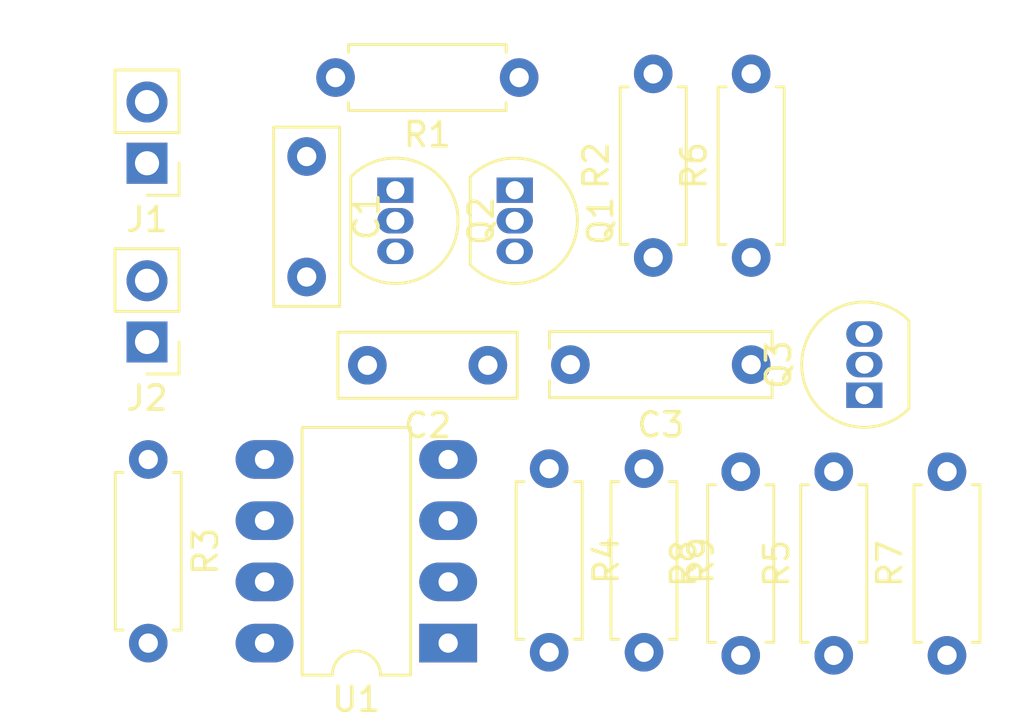
<source format=kicad_pcb>
(kicad_pcb (version 20171130) (host pcbnew "(5.0.2)-1")

  (general
    (thickness 1.6)
    (drawings 0)
    (tracks 0)
    (zones 0)
    (modules 18)
    (nets 12)
  )

  (page A4)
  (title_block
    (title Schwingkreis_Abwasserspule)
    (date 2019-04-29)
    (rev 0.1)
    (company "planraum e.V.")
    (comment 1 "Design by Stephan Jobstmann")
  )

  (layers
    (0 F.Cu signal)
    (31 B.Cu signal)
    (32 B.Adhes user)
    (33 F.Adhes user)
    (34 B.Paste user)
    (35 F.Paste user)
    (36 B.SilkS user)
    (37 F.SilkS user)
    (38 B.Mask user)
    (39 F.Mask user)
    (40 Dwgs.User user)
    (41 Cmts.User user)
    (42 Eco1.User user)
    (43 Eco2.User user)
    (44 Edge.Cuts user)
    (45 Margin user)
    (46 B.CrtYd user)
    (47 F.CrtYd user)
    (48 B.Fab user)
    (49 F.Fab user)
  )

  (setup
    (last_trace_width 0.25)
    (trace_clearance 0.2)
    (zone_clearance 0.508)
    (zone_45_only no)
    (trace_min 0.2)
    (segment_width 0.2)
    (edge_width 0.15)
    (via_size 0.8)
    (via_drill 0.4)
    (via_min_size 0.4)
    (via_min_drill 0.3)
    (uvia_size 0.3)
    (uvia_drill 0.1)
    (uvias_allowed no)
    (uvia_min_size 0.2)
    (uvia_min_drill 0.1)
    (pcb_text_width 0.3)
    (pcb_text_size 1.5 1.5)
    (mod_edge_width 0.15)
    (mod_text_size 1 1)
    (mod_text_width 0.15)
    (pad_size 1.524 1.524)
    (pad_drill 0.762)
    (pad_to_mask_clearance 0.051)
    (solder_mask_min_width 0.25)
    (aux_axis_origin 0 0)
    (visible_elements FFFCFF7F)
    (pcbplotparams
      (layerselection 0x010fc_ffffffff)
      (usegerberextensions false)
      (usegerberattributes false)
      (usegerberadvancedattributes false)
      (creategerberjobfile false)
      (excludeedgelayer true)
      (linewidth 0.100000)
      (plotframeref false)
      (viasonmask false)
      (mode 1)
      (useauxorigin false)
      (hpglpennumber 1)
      (hpglpenspeed 20)
      (hpglpendiameter 15.000000)
      (psnegative false)
      (psa4output false)
      (plotreference true)
      (plotvalue true)
      (plotinvisibletext false)
      (padsonsilk false)
      (subtractmaskfromsilk false)
      (outputformat 1)
      (mirror false)
      (drillshape 1)
      (scaleselection 1)
      (outputdirectory ""))
  )

  (net 0 "")
  (net 1 "Net-(C1-Pad2)")
  (net 2 "Net-(C2-Pad2)")
  (net 3 "Net-(C1-Pad1)")
  (net 4 "Net-(C3-Pad1)")
  (net 5 GND)
  (net 6 "Net-(Q3-Pad1)")
  (net 7 "Net-(C2-Pad1)")
  (net 8 "Net-(C3-Pad2)")
  (net 9 "Net-(J1-Pad1)")
  (net 10 +VDC)
  (net 11 VCOM)

  (net_class Default "This is the default net class."
    (clearance 0.2)
    (trace_width 0.25)
    (via_dia 0.8)
    (via_drill 0.4)
    (uvia_dia 0.3)
    (uvia_drill 0.1)
    (add_net +VDC)
    (add_net GND)
    (add_net "Net-(C1-Pad1)")
    (add_net "Net-(C1-Pad2)")
    (add_net "Net-(C2-Pad1)")
    (add_net "Net-(C2-Pad2)")
    (add_net "Net-(C3-Pad1)")
    (add_net "Net-(C3-Pad2)")
    (add_net "Net-(J1-Pad1)")
    (add_net "Net-(Q3-Pad1)")
    (add_net VCOM)
  )

  (module Capacitor_THT:C_Rect_L7.2mm_W2.5mm_P5.00mm_FKS2_FKP2_MKS2_MKP2 (layer F.Cu) (tedit 5AE50EF0) (tstamp 5CD4D7BE)
    (at 128.747433 98.678953 270)
    (descr "C, Rect series, Radial, pin pitch=5.00mm, , length*width=7.2*2.5mm^2, Capacitor, http://www.wima.com/EN/WIMA_FKS_2.pdf")
    (tags "C Rect series Radial pin pitch 5.00mm  length 7.2mm width 2.5mm Capacitor")
    (path /5CC70522)
    (fp_text reference C1 (at 2.5 -2.5 270) (layer F.SilkS)
      (effects (font (size 1 1) (thickness 0.15)))
    )
    (fp_text value 100n (at 2.5 2.5 270) (layer F.Fab)
      (effects (font (size 1 1) (thickness 0.15)))
    )
    (fp_text user %R (at 2.5 0 270) (layer F.Fab)
      (effects (font (size 1 1) (thickness 0.15)))
    )
    (fp_line (start 6.35 -1.5) (end -1.35 -1.5) (layer F.CrtYd) (width 0.05))
    (fp_line (start 6.35 1.5) (end 6.35 -1.5) (layer F.CrtYd) (width 0.05))
    (fp_line (start -1.35 1.5) (end 6.35 1.5) (layer F.CrtYd) (width 0.05))
    (fp_line (start -1.35 -1.5) (end -1.35 1.5) (layer F.CrtYd) (width 0.05))
    (fp_line (start 6.22 -1.37) (end 6.22 1.37) (layer F.SilkS) (width 0.12))
    (fp_line (start -1.22 -1.37) (end -1.22 1.37) (layer F.SilkS) (width 0.12))
    (fp_line (start -1.22 1.37) (end 6.22 1.37) (layer F.SilkS) (width 0.12))
    (fp_line (start -1.22 -1.37) (end 6.22 -1.37) (layer F.SilkS) (width 0.12))
    (fp_line (start 6.1 -1.25) (end -1.1 -1.25) (layer F.Fab) (width 0.1))
    (fp_line (start 6.1 1.25) (end 6.1 -1.25) (layer F.Fab) (width 0.1))
    (fp_line (start -1.1 1.25) (end 6.1 1.25) (layer F.Fab) (width 0.1))
    (fp_line (start -1.1 -1.25) (end -1.1 1.25) (layer F.Fab) (width 0.1))
    (pad 2 thru_hole circle (at 5 0 270) (size 1.6 1.6) (drill 0.8) (layers *.Cu *.Mask)
      (net 1 "Net-(C1-Pad2)"))
    (pad 1 thru_hole circle (at 0 0 270) (size 1.6 1.6) (drill 0.8) (layers *.Cu *.Mask)
      (net 3 "Net-(C1-Pad1)"))
    (model ${KISYS3DMOD}/Capacitor_THT.3dshapes/C_Rect_L7.2mm_W2.5mm_P5.00mm_FKS2_FKP2_MKS2_MKP2.wrl
      (at (xyz 0 0 0))
      (scale (xyz 1 1 1))
      (rotate (xyz 0 0 0))
    )
  )

  (module Capacitor_THT:C_Rect_L7.2mm_W2.5mm_P5.00mm_FKS2_FKP2_MKS2_MKP2 (layer F.Cu) (tedit 5AE50EF0) (tstamp 5CD4D94A)
    (at 136.2672 107.3404 180)
    (descr "C, Rect series, Radial, pin pitch=5.00mm, , length*width=7.2*2.5mm^2, Capacitor, http://www.wima.com/EN/WIMA_FKS_2.pdf")
    (tags "C Rect series Radial pin pitch 5.00mm  length 7.2mm width 2.5mm Capacitor")
    (path /5CC70800)
    (fp_text reference C2 (at 2.5 -2.5 180) (layer F.SilkS)
      (effects (font (size 1 1) (thickness 0.15)))
    )
    (fp_text value 100n (at 2.5 2.5 180) (layer F.Fab)
      (effects (font (size 1 1) (thickness 0.15)))
    )
    (fp_line (start -1.1 -1.25) (end -1.1 1.25) (layer F.Fab) (width 0.1))
    (fp_line (start -1.1 1.25) (end 6.1 1.25) (layer F.Fab) (width 0.1))
    (fp_line (start 6.1 1.25) (end 6.1 -1.25) (layer F.Fab) (width 0.1))
    (fp_line (start 6.1 -1.25) (end -1.1 -1.25) (layer F.Fab) (width 0.1))
    (fp_line (start -1.22 -1.37) (end 6.22 -1.37) (layer F.SilkS) (width 0.12))
    (fp_line (start -1.22 1.37) (end 6.22 1.37) (layer F.SilkS) (width 0.12))
    (fp_line (start -1.22 -1.37) (end -1.22 1.37) (layer F.SilkS) (width 0.12))
    (fp_line (start 6.22 -1.37) (end 6.22 1.37) (layer F.SilkS) (width 0.12))
    (fp_line (start -1.35 -1.5) (end -1.35 1.5) (layer F.CrtYd) (width 0.05))
    (fp_line (start -1.35 1.5) (end 6.35 1.5) (layer F.CrtYd) (width 0.05))
    (fp_line (start 6.35 1.5) (end 6.35 -1.5) (layer F.CrtYd) (width 0.05))
    (fp_line (start 6.35 -1.5) (end -1.35 -1.5) (layer F.CrtYd) (width 0.05))
    (fp_text user %R (at 2.5 0 180) (layer F.Fab)
      (effects (font (size 1 1) (thickness 0.15)))
    )
    (pad 1 thru_hole circle (at 0 0 180) (size 1.6 1.6) (drill 0.8) (layers *.Cu *.Mask)
      (net 7 "Net-(C2-Pad1)"))
    (pad 2 thru_hole circle (at 5 0 180) (size 1.6 1.6) (drill 0.8) (layers *.Cu *.Mask)
      (net 2 "Net-(C2-Pad2)"))
    (model ${KISYS3DMOD}/Capacitor_THT.3dshapes/C_Rect_L7.2mm_W2.5mm_P5.00mm_FKS2_FKP2_MKS2_MKP2.wrl
      (at (xyz 0 0 0))
      (scale (xyz 1 1 1))
      (rotate (xyz 0 0 0))
    )
  )

  (module Capacitor_THT:C_Rect_L9.0mm_W2.5mm_P7.50mm_MKT (layer F.Cu) (tedit 5AE50EF0) (tstamp 5CD4D784)
    (at 147.193 107.315 180)
    (descr "C, Rect series, Radial, pin pitch=7.50mm, , length*width=9*2.5mm^2, Capacitor, https://en.tdk.eu/inf/20/20/db/fc_2009/MKT_B32560_564.pdf")
    (tags "C Rect series Radial pin pitch 7.50mm  length 9mm width 2.5mm Capacitor")
    (path /5CC70A41)
    (fp_text reference C3 (at 3.75 -2.5 180) (layer F.SilkS)
      (effects (font (size 1 1) (thickness 0.15)))
    )
    (fp_text value 10n (at 3.75 2.5 180) (layer F.Fab)
      (effects (font (size 1 1) (thickness 0.15)))
    )
    (fp_line (start -0.75 -1.25) (end -0.75 1.25) (layer F.Fab) (width 0.1))
    (fp_line (start -0.75 1.25) (end 8.25 1.25) (layer F.Fab) (width 0.1))
    (fp_line (start 8.25 1.25) (end 8.25 -1.25) (layer F.Fab) (width 0.1))
    (fp_line (start 8.25 -1.25) (end -0.75 -1.25) (layer F.Fab) (width 0.1))
    (fp_line (start -0.87 -1.37) (end 8.37 -1.37) (layer F.SilkS) (width 0.12))
    (fp_line (start -0.87 1.37) (end 8.37 1.37) (layer F.SilkS) (width 0.12))
    (fp_line (start -0.87 -1.37) (end -0.87 -0.665) (layer F.SilkS) (width 0.12))
    (fp_line (start -0.87 0.665) (end -0.87 1.37) (layer F.SilkS) (width 0.12))
    (fp_line (start 8.37 -1.37) (end 8.37 -0.665) (layer F.SilkS) (width 0.12))
    (fp_line (start 8.37 0.665) (end 8.37 1.37) (layer F.SilkS) (width 0.12))
    (fp_line (start -1.05 -1.5) (end -1.05 1.5) (layer F.CrtYd) (width 0.05))
    (fp_line (start -1.05 1.5) (end 8.55 1.5) (layer F.CrtYd) (width 0.05))
    (fp_line (start 8.55 1.5) (end 8.55 -1.5) (layer F.CrtYd) (width 0.05))
    (fp_line (start 8.55 -1.5) (end -1.05 -1.5) (layer F.CrtYd) (width 0.05))
    (fp_text user %R (at 3.75 0 180) (layer F.Fab)
      (effects (font (size 1 1) (thickness 0.15)))
    )
    (pad 1 thru_hole circle (at 0 0 180) (size 1.6 1.6) (drill 0.8) (layers *.Cu *.Mask)
      (net 4 "Net-(C3-Pad1)"))
    (pad 2 thru_hole circle (at 7.5 0 180) (size 1.6 1.6) (drill 0.8) (layers *.Cu *.Mask)
      (net 8 "Net-(C3-Pad2)"))
    (model ${KISYS3DMOD}/Capacitor_THT.3dshapes/C_Rect_L9.0mm_W2.5mm_P7.50mm_MKT.wrl
      (at (xyz 0 0 0))
      (scale (xyz 1 1 1))
      (rotate (xyz 0 0 0))
    )
  )

  (module Connector_PinHeader_2.54mm:PinHeader_1x02_P2.54mm_Vertical (layer F.Cu) (tedit 59FED5CC) (tstamp 5CD4FA84)
    (at 122.1232 98.9584 180)
    (descr "Through hole straight pin header, 1x02, 2.54mm pitch, single row")
    (tags "Through hole pin header THT 1x02 2.54mm single row")
    (path /5CC70D66)
    (fp_text reference J1 (at 0 -2.33 180) (layer F.SilkS)
      (effects (font (size 1 1) (thickness 0.15)))
    )
    (fp_text value Power_Supply (at 0 4.87 180) (layer F.Fab)
      (effects (font (size 1 1) (thickness 0.15)))
    )
    (fp_line (start -0.635 -1.27) (end 1.27 -1.27) (layer F.Fab) (width 0.1))
    (fp_line (start 1.27 -1.27) (end 1.27 3.81) (layer F.Fab) (width 0.1))
    (fp_line (start 1.27 3.81) (end -1.27 3.81) (layer F.Fab) (width 0.1))
    (fp_line (start -1.27 3.81) (end -1.27 -0.635) (layer F.Fab) (width 0.1))
    (fp_line (start -1.27 -0.635) (end -0.635 -1.27) (layer F.Fab) (width 0.1))
    (fp_line (start -1.33 3.87) (end 1.33 3.87) (layer F.SilkS) (width 0.12))
    (fp_line (start -1.33 1.27) (end -1.33 3.87) (layer F.SilkS) (width 0.12))
    (fp_line (start 1.33 1.27) (end 1.33 3.87) (layer F.SilkS) (width 0.12))
    (fp_line (start -1.33 1.27) (end 1.33 1.27) (layer F.SilkS) (width 0.12))
    (fp_line (start -1.33 0) (end -1.33 -1.33) (layer F.SilkS) (width 0.12))
    (fp_line (start -1.33 -1.33) (end 0 -1.33) (layer F.SilkS) (width 0.12))
    (fp_line (start -1.8 -1.8) (end -1.8 4.35) (layer F.CrtYd) (width 0.05))
    (fp_line (start -1.8 4.35) (end 1.8 4.35) (layer F.CrtYd) (width 0.05))
    (fp_line (start 1.8 4.35) (end 1.8 -1.8) (layer F.CrtYd) (width 0.05))
    (fp_line (start 1.8 -1.8) (end -1.8 -1.8) (layer F.CrtYd) (width 0.05))
    (fp_text user %R (at 0 1.27 270) (layer F.Fab)
      (effects (font (size 1 1) (thickness 0.15)))
    )
    (pad 1 thru_hole rect (at 0 0 180) (size 1.7 1.7) (drill 1) (layers *.Cu *.Mask)
      (net 9 "Net-(J1-Pad1)"))
    (pad 2 thru_hole oval (at 0 2.54 180) (size 1.7 1.7) (drill 1) (layers *.Cu *.Mask)
      (net 5 GND))
    (model ${KISYS3DMOD}/Connector_PinHeader_2.54mm.3dshapes/PinHeader_1x02_P2.54mm_Vertical.wrl
      (at (xyz 0 0 0))
      (scale (xyz 1 1 1))
      (rotate (xyz 0 0 0))
    )
  )

  (module Connector_PinHeader_2.54mm:PinHeader_1x02_P2.54mm_Vertical (layer F.Cu) (tedit 59FED5CC) (tstamp 5CD4FBDD)
    (at 122.1232 106.3752 180)
    (descr "Through hole straight pin header, 1x02, 2.54mm pitch, single row")
    (tags "Through hole pin header THT 1x02 2.54mm single row")
    (path /5CC70F60)
    (fp_text reference J2 (at 0 -2.33 180) (layer F.SilkS)
      (effects (font (size 1 1) (thickness 0.15)))
    )
    (fp_text value Coil_Connection (at 0 4.87 180) (layer F.Fab)
      (effects (font (size 1 1) (thickness 0.15)))
    )
    (fp_text user %R (at 0 1.27 270) (layer F.Fab)
      (effects (font (size 1 1) (thickness 0.15)))
    )
    (fp_line (start 1.8 -1.8) (end -1.8 -1.8) (layer F.CrtYd) (width 0.05))
    (fp_line (start 1.8 4.35) (end 1.8 -1.8) (layer F.CrtYd) (width 0.05))
    (fp_line (start -1.8 4.35) (end 1.8 4.35) (layer F.CrtYd) (width 0.05))
    (fp_line (start -1.8 -1.8) (end -1.8 4.35) (layer F.CrtYd) (width 0.05))
    (fp_line (start -1.33 -1.33) (end 0 -1.33) (layer F.SilkS) (width 0.12))
    (fp_line (start -1.33 0) (end -1.33 -1.33) (layer F.SilkS) (width 0.12))
    (fp_line (start -1.33 1.27) (end 1.33 1.27) (layer F.SilkS) (width 0.12))
    (fp_line (start 1.33 1.27) (end 1.33 3.87) (layer F.SilkS) (width 0.12))
    (fp_line (start -1.33 1.27) (end -1.33 3.87) (layer F.SilkS) (width 0.12))
    (fp_line (start -1.33 3.87) (end 1.33 3.87) (layer F.SilkS) (width 0.12))
    (fp_line (start -1.27 -0.635) (end -0.635 -1.27) (layer F.Fab) (width 0.1))
    (fp_line (start -1.27 3.81) (end -1.27 -0.635) (layer F.Fab) (width 0.1))
    (fp_line (start 1.27 3.81) (end -1.27 3.81) (layer F.Fab) (width 0.1))
    (fp_line (start 1.27 -1.27) (end 1.27 3.81) (layer F.Fab) (width 0.1))
    (fp_line (start -0.635 -1.27) (end 1.27 -1.27) (layer F.Fab) (width 0.1))
    (pad 2 thru_hole oval (at 0 2.54 180) (size 1.7 1.7) (drill 1) (layers *.Cu *.Mask)
      (net 3 "Net-(C1-Pad1)"))
    (pad 1 thru_hole rect (at 0 0 180) (size 1.7 1.7) (drill 1) (layers *.Cu *.Mask)
      (net 1 "Net-(C1-Pad2)"))
    (model ${KISYS3DMOD}/Connector_PinHeader_2.54mm.3dshapes/PinHeader_1x02_P2.54mm_Vertical.wrl
      (at (xyz 0 0 0))
      (scale (xyz 1 1 1))
      (rotate (xyz 0 0 0))
    )
  )

  (module Package_TO_SOT_THT:TO-92_Inline (layer F.Cu) (tedit 5A1DD157) (tstamp 5CD4FBA6)
    (at 137.383433 100.075953 270)
    (descr "TO-92 leads in-line, narrow, oval pads, drill 0.75mm (see NXP sot054_po.pdf)")
    (tags "to-92 sc-43 sc-43a sot54 PA33 transistor")
    (path /5CC70633)
    (fp_text reference Q1 (at 1.27 -3.56 270) (layer F.SilkS)
      (effects (font (size 1 1) (thickness 0.15)))
    )
    (fp_text value BC546 (at 1.27 2.79 270) (layer F.Fab)
      (effects (font (size 1 1) (thickness 0.15)))
    )
    (fp_text user %R (at 1.27 -3.56 270) (layer F.Fab)
      (effects (font (size 1 1) (thickness 0.15)))
    )
    (fp_line (start -0.53 1.85) (end 3.07 1.85) (layer F.SilkS) (width 0.12))
    (fp_line (start -0.5 1.75) (end 3 1.75) (layer F.Fab) (width 0.1))
    (fp_line (start -1.46 -2.73) (end 4 -2.73) (layer F.CrtYd) (width 0.05))
    (fp_line (start -1.46 -2.73) (end -1.46 2.01) (layer F.CrtYd) (width 0.05))
    (fp_line (start 4 2.01) (end 4 -2.73) (layer F.CrtYd) (width 0.05))
    (fp_line (start 4 2.01) (end -1.46 2.01) (layer F.CrtYd) (width 0.05))
    (fp_arc (start 1.27 0) (end 1.27 -2.48) (angle 135) (layer F.Fab) (width 0.1))
    (fp_arc (start 1.27 0) (end 1.27 -2.6) (angle -135) (layer F.SilkS) (width 0.12))
    (fp_arc (start 1.27 0) (end 1.27 -2.48) (angle -135) (layer F.Fab) (width 0.1))
    (fp_arc (start 1.27 0) (end 1.27 -2.6) (angle 135) (layer F.SilkS) (width 0.12))
    (pad 2 thru_hole oval (at 1.27 0 270) (size 1.05 1.5) (drill 0.75) (layers *.Cu *.Mask)
      (net 3 "Net-(C1-Pad1)"))
    (pad 3 thru_hole oval (at 2.54 0 270) (size 1.05 1.5) (drill 0.75) (layers *.Cu *.Mask)
      (net 2 "Net-(C2-Pad2)"))
    (pad 1 thru_hole rect (at 0 0 270) (size 1.05 1.5) (drill 0.75) (layers *.Cu *.Mask)
      (net 1 "Net-(C1-Pad2)"))
    (model ${KISYS3DMOD}/Package_TO_SOT_THT.3dshapes/TO-92_Inline.wrl
      (at (xyz 0 0 0))
      (scale (xyz 1 1 1))
      (rotate (xyz 0 0 0))
    )
  )

  (module Package_TO_SOT_THT:TO-92_Inline (layer F.Cu) (tedit 5A1DD157) (tstamp 5CD4FB73)
    (at 132.430433 100.075953 270)
    (descr "TO-92 leads in-line, narrow, oval pads, drill 0.75mm (see NXP sot054_po.pdf)")
    (tags "to-92 sc-43 sc-43a sot54 PA33 transistor")
    (path /5CC705EB)
    (fp_text reference Q2 (at 1.27 -3.56 270) (layer F.SilkS)
      (effects (font (size 1 1) (thickness 0.15)))
    )
    (fp_text value BC546 (at 1.27 2.79 270) (layer F.Fab)
      (effects (font (size 1 1) (thickness 0.15)))
    )
    (fp_text user %R (at 1.27 -3.56 270) (layer F.Fab)
      (effects (font (size 1 1) (thickness 0.15)))
    )
    (fp_line (start -0.53 1.85) (end 3.07 1.85) (layer F.SilkS) (width 0.12))
    (fp_line (start -0.5 1.75) (end 3 1.75) (layer F.Fab) (width 0.1))
    (fp_line (start -1.46 -2.73) (end 4 -2.73) (layer F.CrtYd) (width 0.05))
    (fp_line (start -1.46 -2.73) (end -1.46 2.01) (layer F.CrtYd) (width 0.05))
    (fp_line (start 4 2.01) (end 4 -2.73) (layer F.CrtYd) (width 0.05))
    (fp_line (start 4 2.01) (end -1.46 2.01) (layer F.CrtYd) (width 0.05))
    (fp_arc (start 1.27 0) (end 1.27 -2.48) (angle 135) (layer F.Fab) (width 0.1))
    (fp_arc (start 1.27 0) (end 1.27 -2.6) (angle -135) (layer F.SilkS) (width 0.12))
    (fp_arc (start 1.27 0) (end 1.27 -2.48) (angle -135) (layer F.Fab) (width 0.1))
    (fp_arc (start 1.27 0) (end 1.27 -2.6) (angle 135) (layer F.SilkS) (width 0.12))
    (pad 2 thru_hole oval (at 1.27 0 270) (size 1.05 1.5) (drill 0.75) (layers *.Cu *.Mask)
      (net 1 "Net-(C1-Pad2)"))
    (pad 3 thru_hole oval (at 2.54 0 270) (size 1.05 1.5) (drill 0.75) (layers *.Cu *.Mask)
      (net 2 "Net-(C2-Pad2)"))
    (pad 1 thru_hole rect (at 0 0 270) (size 1.05 1.5) (drill 0.75) (layers *.Cu *.Mask)
      (net 3 "Net-(C1-Pad1)"))
    (model ${KISYS3DMOD}/Package_TO_SOT_THT.3dshapes/TO-92_Inline.wrl
      (at (xyz 0 0 0))
      (scale (xyz 1 1 1))
      (rotate (xyz 0 0 0))
    )
  )

  (module Package_TO_SOT_THT:TO-92_Inline (layer F.Cu) (tedit 5A1DD157) (tstamp 5CD4F0BB)
    (at 151.892 108.585 90)
    (descr "TO-92 leads in-line, narrow, oval pads, drill 0.75mm (see NXP sot054_po.pdf)")
    (tags "to-92 sc-43 sc-43a sot54 PA33 transistor")
    (path /5CC70B75)
    (fp_text reference Q3 (at 1.27 -3.56 90) (layer F.SilkS)
      (effects (font (size 1 1) (thickness 0.15)))
    )
    (fp_text value BC546 (at 1.27 2.79 90) (layer F.Fab)
      (effects (font (size 1 1) (thickness 0.15)))
    )
    (fp_arc (start 1.27 0) (end 1.27 -2.6) (angle 135) (layer F.SilkS) (width 0.12))
    (fp_arc (start 1.27 0) (end 1.27 -2.48) (angle -135) (layer F.Fab) (width 0.1))
    (fp_arc (start 1.27 0) (end 1.27 -2.6) (angle -135) (layer F.SilkS) (width 0.12))
    (fp_arc (start 1.27 0) (end 1.27 -2.48) (angle 135) (layer F.Fab) (width 0.1))
    (fp_line (start 4 2.01) (end -1.46 2.01) (layer F.CrtYd) (width 0.05))
    (fp_line (start 4 2.01) (end 4 -2.73) (layer F.CrtYd) (width 0.05))
    (fp_line (start -1.46 -2.73) (end -1.46 2.01) (layer F.CrtYd) (width 0.05))
    (fp_line (start -1.46 -2.73) (end 4 -2.73) (layer F.CrtYd) (width 0.05))
    (fp_line (start -0.5 1.75) (end 3 1.75) (layer F.Fab) (width 0.1))
    (fp_line (start -0.53 1.85) (end 3.07 1.85) (layer F.SilkS) (width 0.12))
    (fp_text user %R (at 1.27 -3.56 90) (layer F.Fab)
      (effects (font (size 1 1) (thickness 0.15)))
    )
    (pad 1 thru_hole rect (at 0 0 90) (size 1.05 1.5) (drill 0.75) (layers *.Cu *.Mask)
      (net 6 "Net-(Q3-Pad1)"))
    (pad 3 thru_hole oval (at 2.54 0 90) (size 1.05 1.5) (drill 0.75) (layers *.Cu *.Mask)
      (net 5 GND))
    (pad 2 thru_hole oval (at 1.27 0 90) (size 1.05 1.5) (drill 0.75) (layers *.Cu *.Mask)
      (net 4 "Net-(C3-Pad1)"))
    (model ${KISYS3DMOD}/Package_TO_SOT_THT.3dshapes/TO-92_Inline.wrl
      (at (xyz 0 0 0))
      (scale (xyz 1 1 1))
      (rotate (xyz 0 0 0))
    )
  )

  (module Resistor_THT:R_Axial_DIN0207_L6.3mm_D2.5mm_P7.62mm_Horizontal (layer F.Cu) (tedit 5AE5139B) (tstamp 5CD4FB36)
    (at 137.5664 95.4024 180)
    (descr "Resistor, Axial_DIN0207 series, Axial, Horizontal, pin pitch=7.62mm, 0.25W = 1/4W, length*diameter=6.3*2.5mm^2, http://cdn-reichelt.de/documents/datenblatt/B400/1_4W%23YAG.pdf")
    (tags "Resistor Axial_DIN0207 series Axial Horizontal pin pitch 7.62mm 0.25W = 1/4W length 6.3mm diameter 2.5mm")
    (path /5CC70423)
    (fp_text reference R1 (at 3.81 -2.37 180) (layer F.SilkS)
      (effects (font (size 1 1) (thickness 0.15)))
    )
    (fp_text value 330 (at 3.81 2.37 180) (layer F.Fab)
      (effects (font (size 1 1) (thickness 0.15)))
    )
    (fp_line (start 0.66 -1.25) (end 0.66 1.25) (layer F.Fab) (width 0.1))
    (fp_line (start 0.66 1.25) (end 6.96 1.25) (layer F.Fab) (width 0.1))
    (fp_line (start 6.96 1.25) (end 6.96 -1.25) (layer F.Fab) (width 0.1))
    (fp_line (start 6.96 -1.25) (end 0.66 -1.25) (layer F.Fab) (width 0.1))
    (fp_line (start 0 0) (end 0.66 0) (layer F.Fab) (width 0.1))
    (fp_line (start 7.62 0) (end 6.96 0) (layer F.Fab) (width 0.1))
    (fp_line (start 0.54 -1.04) (end 0.54 -1.37) (layer F.SilkS) (width 0.12))
    (fp_line (start 0.54 -1.37) (end 7.08 -1.37) (layer F.SilkS) (width 0.12))
    (fp_line (start 7.08 -1.37) (end 7.08 -1.04) (layer F.SilkS) (width 0.12))
    (fp_line (start 0.54 1.04) (end 0.54 1.37) (layer F.SilkS) (width 0.12))
    (fp_line (start 0.54 1.37) (end 7.08 1.37) (layer F.SilkS) (width 0.12))
    (fp_line (start 7.08 1.37) (end 7.08 1.04) (layer F.SilkS) (width 0.12))
    (fp_line (start -1.05 -1.5) (end -1.05 1.5) (layer F.CrtYd) (width 0.05))
    (fp_line (start -1.05 1.5) (end 8.67 1.5) (layer F.CrtYd) (width 0.05))
    (fp_line (start 8.67 1.5) (end 8.67 -1.5) (layer F.CrtYd) (width 0.05))
    (fp_line (start 8.67 -1.5) (end -1.05 -1.5) (layer F.CrtYd) (width 0.05))
    (fp_text user %R (at 3.81 0 180) (layer F.Fab)
      (effects (font (size 1 1) (thickness 0.15)))
    )
    (pad 1 thru_hole circle (at 0 0 180) (size 1.6 1.6) (drill 0.8) (layers *.Cu *.Mask)
      (net 1 "Net-(C1-Pad2)"))
    (pad 2 thru_hole oval (at 7.62 0 180) (size 1.6 1.6) (drill 0.8) (layers *.Cu *.Mask)
      (net 9 "Net-(J1-Pad1)"))
    (model ${KISYS3DMOD}/Resistor_THT.3dshapes/R_Axial_DIN0207_L6.3mm_D2.5mm_P7.62mm_Horizontal.wrl
      (at (xyz 0 0 0))
      (scale (xyz 1 1 1))
      (rotate (xyz 0 0 0))
    )
  )

  (module Resistor_THT:R_Axial_DIN0207_L6.3mm_D2.5mm_P7.62mm_Horizontal (layer F.Cu) (tedit 5AE5139B) (tstamp 5CD4D62A)
    (at 143.129 102.87 90)
    (descr "Resistor, Axial_DIN0207 series, Axial, Horizontal, pin pitch=7.62mm, 0.25W = 1/4W, length*diameter=6.3*2.5mm^2, http://cdn-reichelt.de/documents/datenblatt/B400/1_4W%23YAG.pdf")
    (tags "Resistor Axial_DIN0207 series Axial Horizontal pin pitch 7.62mm 0.25W = 1/4W length 6.3mm diameter 2.5mm")
    (path /5CC7069A)
    (fp_text reference R2 (at 3.81 -2.37 90) (layer F.SilkS)
      (effects (font (size 1 1) (thickness 0.15)))
    )
    (fp_text value 3k3 (at 3.81 2.37 90) (layer F.Fab)
      (effects (font (size 1 1) (thickness 0.15)))
    )
    (fp_text user %R (at 3.81 0 90) (layer F.Fab)
      (effects (font (size 1 1) (thickness 0.15)))
    )
    (fp_line (start 8.67 -1.5) (end -1.05 -1.5) (layer F.CrtYd) (width 0.05))
    (fp_line (start 8.67 1.5) (end 8.67 -1.5) (layer F.CrtYd) (width 0.05))
    (fp_line (start -1.05 1.5) (end 8.67 1.5) (layer F.CrtYd) (width 0.05))
    (fp_line (start -1.05 -1.5) (end -1.05 1.5) (layer F.CrtYd) (width 0.05))
    (fp_line (start 7.08 1.37) (end 7.08 1.04) (layer F.SilkS) (width 0.12))
    (fp_line (start 0.54 1.37) (end 7.08 1.37) (layer F.SilkS) (width 0.12))
    (fp_line (start 0.54 1.04) (end 0.54 1.37) (layer F.SilkS) (width 0.12))
    (fp_line (start 7.08 -1.37) (end 7.08 -1.04) (layer F.SilkS) (width 0.12))
    (fp_line (start 0.54 -1.37) (end 7.08 -1.37) (layer F.SilkS) (width 0.12))
    (fp_line (start 0.54 -1.04) (end 0.54 -1.37) (layer F.SilkS) (width 0.12))
    (fp_line (start 7.62 0) (end 6.96 0) (layer F.Fab) (width 0.1))
    (fp_line (start 0 0) (end 0.66 0) (layer F.Fab) (width 0.1))
    (fp_line (start 6.96 -1.25) (end 0.66 -1.25) (layer F.Fab) (width 0.1))
    (fp_line (start 6.96 1.25) (end 6.96 -1.25) (layer F.Fab) (width 0.1))
    (fp_line (start 0.66 1.25) (end 6.96 1.25) (layer F.Fab) (width 0.1))
    (fp_line (start 0.66 -1.25) (end 0.66 1.25) (layer F.Fab) (width 0.1))
    (pad 2 thru_hole oval (at 7.62 0 90) (size 1.6 1.6) (drill 0.8) (layers *.Cu *.Mask)
      (net 5 GND))
    (pad 1 thru_hole circle (at 0 0 90) (size 1.6 1.6) (drill 0.8) (layers *.Cu *.Mask)
      (net 2 "Net-(C2-Pad2)"))
    (model ${KISYS3DMOD}/Resistor_THT.3dshapes/R_Axial_DIN0207_L6.3mm_D2.5mm_P7.62mm_Horizontal.wrl
      (at (xyz 0 0 0))
      (scale (xyz 1 1 1))
      (rotate (xyz 0 0 0))
    )
  )

  (module Resistor_THT:R_Axial_DIN0207_L6.3mm_D2.5mm_P7.62mm_Horizontal (layer F.Cu) (tedit 5AE5139B) (tstamp 5CD4D9C9)
    (at 122.174 111.252 270)
    (descr "Resistor, Axial_DIN0207 series, Axial, Horizontal, pin pitch=7.62mm, 0.25W = 1/4W, length*diameter=6.3*2.5mm^2, http://cdn-reichelt.de/documents/datenblatt/B400/1_4W%23YAG.pdf")
    (tags "Resistor Axial_DIN0207 series Axial Horizontal pin pitch 7.62mm 0.25W = 1/4W length 6.3mm diameter 2.5mm")
    (path /5CC70975)
    (fp_text reference R3 (at 3.81 -2.37 270) (layer F.SilkS)
      (effects (font (size 1 1) (thickness 0.15)))
    )
    (fp_text value 100k (at 3.81 2.37 270) (layer F.Fab)
      (effects (font (size 1 1) (thickness 0.15)))
    )
    (fp_line (start 0.66 -1.25) (end 0.66 1.25) (layer F.Fab) (width 0.1))
    (fp_line (start 0.66 1.25) (end 6.96 1.25) (layer F.Fab) (width 0.1))
    (fp_line (start 6.96 1.25) (end 6.96 -1.25) (layer F.Fab) (width 0.1))
    (fp_line (start 6.96 -1.25) (end 0.66 -1.25) (layer F.Fab) (width 0.1))
    (fp_line (start 0 0) (end 0.66 0) (layer F.Fab) (width 0.1))
    (fp_line (start 7.62 0) (end 6.96 0) (layer F.Fab) (width 0.1))
    (fp_line (start 0.54 -1.04) (end 0.54 -1.37) (layer F.SilkS) (width 0.12))
    (fp_line (start 0.54 -1.37) (end 7.08 -1.37) (layer F.SilkS) (width 0.12))
    (fp_line (start 7.08 -1.37) (end 7.08 -1.04) (layer F.SilkS) (width 0.12))
    (fp_line (start 0.54 1.04) (end 0.54 1.37) (layer F.SilkS) (width 0.12))
    (fp_line (start 0.54 1.37) (end 7.08 1.37) (layer F.SilkS) (width 0.12))
    (fp_line (start 7.08 1.37) (end 7.08 1.04) (layer F.SilkS) (width 0.12))
    (fp_line (start -1.05 -1.5) (end -1.05 1.5) (layer F.CrtYd) (width 0.05))
    (fp_line (start -1.05 1.5) (end 8.67 1.5) (layer F.CrtYd) (width 0.05))
    (fp_line (start 8.67 1.5) (end 8.67 -1.5) (layer F.CrtYd) (width 0.05))
    (fp_line (start 8.67 -1.5) (end -1.05 -1.5) (layer F.CrtYd) (width 0.05))
    (fp_text user %R (at 3.81 0 270) (layer F.Fab)
      (effects (font (size 1 1) (thickness 0.15)))
    )
    (pad 1 thru_hole circle (at 0 0 270) (size 1.6 1.6) (drill 0.8) (layers *.Cu *.Mask)
      (net 5 GND))
    (pad 2 thru_hole oval (at 7.62 0 270) (size 1.6 1.6) (drill 0.8) (layers *.Cu *.Mask)
      (net 7 "Net-(C2-Pad1)"))
    (model ${KISYS3DMOD}/Resistor_THT.3dshapes/R_Axial_DIN0207_L6.3mm_D2.5mm_P7.62mm_Horizontal.wrl
      (at (xyz 0 0 0))
      (scale (xyz 1 1 1))
      (rotate (xyz 0 0 0))
    )
  )

  (module Resistor_THT:R_Axial_DIN0207_L6.3mm_D2.5mm_P7.62mm_Horizontal (layer F.Cu) (tedit 5AE5139B) (tstamp 5CD4D90C)
    (at 138.811 111.633 270)
    (descr "Resistor, Axial_DIN0207 series, Axial, Horizontal, pin pitch=7.62mm, 0.25W = 1/4W, length*diameter=6.3*2.5mm^2, http://cdn-reichelt.de/documents/datenblatt/B400/1_4W%23YAG.pdf")
    (tags "Resistor Axial_DIN0207 series Axial Horizontal pin pitch 7.62mm 0.25W = 1/4W length 6.3mm diameter 2.5mm")
    (path /5CC7091E)
    (fp_text reference R4 (at 3.81 -2.37 270) (layer F.SilkS)
      (effects (font (size 1 1) (thickness 0.15)))
    )
    (fp_text value 10k (at 3.81 2.37 270) (layer F.Fab)
      (effects (font (size 1 1) (thickness 0.15)))
    )
    (fp_text user %R (at 3.81 0 270) (layer F.Fab)
      (effects (font (size 1 1) (thickness 0.15)))
    )
    (fp_line (start 8.67 -1.5) (end -1.05 -1.5) (layer F.CrtYd) (width 0.05))
    (fp_line (start 8.67 1.5) (end 8.67 -1.5) (layer F.CrtYd) (width 0.05))
    (fp_line (start -1.05 1.5) (end 8.67 1.5) (layer F.CrtYd) (width 0.05))
    (fp_line (start -1.05 -1.5) (end -1.05 1.5) (layer F.CrtYd) (width 0.05))
    (fp_line (start 7.08 1.37) (end 7.08 1.04) (layer F.SilkS) (width 0.12))
    (fp_line (start 0.54 1.37) (end 7.08 1.37) (layer F.SilkS) (width 0.12))
    (fp_line (start 0.54 1.04) (end 0.54 1.37) (layer F.SilkS) (width 0.12))
    (fp_line (start 7.08 -1.37) (end 7.08 -1.04) (layer F.SilkS) (width 0.12))
    (fp_line (start 0.54 -1.37) (end 7.08 -1.37) (layer F.SilkS) (width 0.12))
    (fp_line (start 0.54 -1.04) (end 0.54 -1.37) (layer F.SilkS) (width 0.12))
    (fp_line (start 7.62 0) (end 6.96 0) (layer F.Fab) (width 0.1))
    (fp_line (start 0 0) (end 0.66 0) (layer F.Fab) (width 0.1))
    (fp_line (start 6.96 -1.25) (end 0.66 -1.25) (layer F.Fab) (width 0.1))
    (fp_line (start 6.96 1.25) (end 6.96 -1.25) (layer F.Fab) (width 0.1))
    (fp_line (start 0.66 1.25) (end 6.96 1.25) (layer F.Fab) (width 0.1))
    (fp_line (start 0.66 -1.25) (end 0.66 1.25) (layer F.Fab) (width 0.1))
    (pad 2 thru_hole oval (at 7.62 0 270) (size 1.6 1.6) (drill 0.8) (layers *.Cu *.Mask)
      (net 8 "Net-(C3-Pad2)"))
    (pad 1 thru_hole circle (at 0 0 270) (size 1.6 1.6) (drill 0.8) (layers *.Cu *.Mask)
      (net 7 "Net-(C2-Pad1)"))
    (model ${KISYS3DMOD}/Resistor_THT.3dshapes/R_Axial_DIN0207_L6.3mm_D2.5mm_P7.62mm_Horizontal.wrl
      (at (xyz 0 0 0))
      (scale (xyz 1 1 1))
      (rotate (xyz 0 0 0))
    )
  )

  (module Resistor_THT:R_Axial_DIN0207_L6.3mm_D2.5mm_P7.62mm_Horizontal (layer F.Cu) (tedit 5AE5139B) (tstamp 5CD4F07E)
    (at 150.622 119.38 90)
    (descr "Resistor, Axial_DIN0207 series, Axial, Horizontal, pin pitch=7.62mm, 0.25W = 1/4W, length*diameter=6.3*2.5mm^2, http://cdn-reichelt.de/documents/datenblatt/B400/1_4W%23YAG.pdf")
    (tags "Resistor Axial_DIN0207 series Axial Horizontal pin pitch 7.62mm 0.25W = 1/4W length 6.3mm diameter 2.5mm")
    (path /5CC709CD)
    (fp_text reference R5 (at 3.81 -2.37 90) (layer F.SilkS)
      (effects (font (size 1 1) (thickness 0.15)))
    )
    (fp_text value 10k (at 3.81 2.37 90) (layer F.Fab)
      (effects (font (size 1 1) (thickness 0.15)))
    )
    (fp_text user %R (at 3.81 0 90) (layer F.Fab)
      (effects (font (size 1 1) (thickness 0.15)))
    )
    (fp_line (start 8.67 -1.5) (end -1.05 -1.5) (layer F.CrtYd) (width 0.05))
    (fp_line (start 8.67 1.5) (end 8.67 -1.5) (layer F.CrtYd) (width 0.05))
    (fp_line (start -1.05 1.5) (end 8.67 1.5) (layer F.CrtYd) (width 0.05))
    (fp_line (start -1.05 -1.5) (end -1.05 1.5) (layer F.CrtYd) (width 0.05))
    (fp_line (start 7.08 1.37) (end 7.08 1.04) (layer F.SilkS) (width 0.12))
    (fp_line (start 0.54 1.37) (end 7.08 1.37) (layer F.SilkS) (width 0.12))
    (fp_line (start 0.54 1.04) (end 0.54 1.37) (layer F.SilkS) (width 0.12))
    (fp_line (start 7.08 -1.37) (end 7.08 -1.04) (layer F.SilkS) (width 0.12))
    (fp_line (start 0.54 -1.37) (end 7.08 -1.37) (layer F.SilkS) (width 0.12))
    (fp_line (start 0.54 -1.04) (end 0.54 -1.37) (layer F.SilkS) (width 0.12))
    (fp_line (start 7.62 0) (end 6.96 0) (layer F.Fab) (width 0.1))
    (fp_line (start 0 0) (end 0.66 0) (layer F.Fab) (width 0.1))
    (fp_line (start 6.96 -1.25) (end 0.66 -1.25) (layer F.Fab) (width 0.1))
    (fp_line (start 6.96 1.25) (end 6.96 -1.25) (layer F.Fab) (width 0.1))
    (fp_line (start 0.66 1.25) (end 6.96 1.25) (layer F.Fab) (width 0.1))
    (fp_line (start 0.66 -1.25) (end 0.66 1.25) (layer F.Fab) (width 0.1))
    (pad 2 thru_hole oval (at 7.62 0 90) (size 1.6 1.6) (drill 0.8) (layers *.Cu *.Mask)
      (net 4 "Net-(C3-Pad1)"))
    (pad 1 thru_hole circle (at 0 0 90) (size 1.6 1.6) (drill 0.8) (layers *.Cu *.Mask)
      (net 10 +VDC))
    (model ${KISYS3DMOD}/Resistor_THT.3dshapes/R_Axial_DIN0207_L6.3mm_D2.5mm_P7.62mm_Horizontal.wrl
      (at (xyz 0 0 0))
      (scale (xyz 1 1 1))
      (rotate (xyz 0 0 0))
    )
  )

  (module Resistor_THT:R_Axial_DIN0207_L6.3mm_D2.5mm_P7.62mm_Horizontal (layer F.Cu) (tedit 5AE5139B) (tstamp 5CD4F03C)
    (at 147.193 102.87 90)
    (descr "Resistor, Axial_DIN0207 series, Axial, Horizontal, pin pitch=7.62mm, 0.25W = 1/4W, length*diameter=6.3*2.5mm^2, http://cdn-reichelt.de/documents/datenblatt/B400/1_4W%23YAG.pdf")
    (tags "Resistor Axial_DIN0207 series Axial Horizontal pin pitch 7.62mm 0.25W = 1/4W length 6.3mm diameter 2.5mm")
    (path /5CC70A91)
    (fp_text reference R6 (at 3.81 -2.37 90) (layer F.SilkS)
      (effects (font (size 1 1) (thickness 0.15)))
    )
    (fp_text value 10k (at 3.81 2.37 90) (layer F.Fab)
      (effects (font (size 1 1) (thickness 0.15)))
    )
    (fp_text user %R (at 3.81 0 90) (layer F.Fab)
      (effects (font (size 1 1) (thickness 0.15)))
    )
    (fp_line (start 8.67 -1.5) (end -1.05 -1.5) (layer F.CrtYd) (width 0.05))
    (fp_line (start 8.67 1.5) (end 8.67 -1.5) (layer F.CrtYd) (width 0.05))
    (fp_line (start -1.05 1.5) (end 8.67 1.5) (layer F.CrtYd) (width 0.05))
    (fp_line (start -1.05 -1.5) (end -1.05 1.5) (layer F.CrtYd) (width 0.05))
    (fp_line (start 7.08 1.37) (end 7.08 1.04) (layer F.SilkS) (width 0.12))
    (fp_line (start 0.54 1.37) (end 7.08 1.37) (layer F.SilkS) (width 0.12))
    (fp_line (start 0.54 1.04) (end 0.54 1.37) (layer F.SilkS) (width 0.12))
    (fp_line (start 7.08 -1.37) (end 7.08 -1.04) (layer F.SilkS) (width 0.12))
    (fp_line (start 0.54 -1.37) (end 7.08 -1.37) (layer F.SilkS) (width 0.12))
    (fp_line (start 0.54 -1.04) (end 0.54 -1.37) (layer F.SilkS) (width 0.12))
    (fp_line (start 7.62 0) (end 6.96 0) (layer F.Fab) (width 0.1))
    (fp_line (start 0 0) (end 0.66 0) (layer F.Fab) (width 0.1))
    (fp_line (start 6.96 -1.25) (end 0.66 -1.25) (layer F.Fab) (width 0.1))
    (fp_line (start 6.96 1.25) (end 6.96 -1.25) (layer F.Fab) (width 0.1))
    (fp_line (start 0.66 1.25) (end 6.96 1.25) (layer F.Fab) (width 0.1))
    (fp_line (start 0.66 -1.25) (end 0.66 1.25) (layer F.Fab) (width 0.1))
    (pad 2 thru_hole oval (at 7.62 0 90) (size 1.6 1.6) (drill 0.8) (layers *.Cu *.Mask)
      (net 5 GND))
    (pad 1 thru_hole circle (at 0 0 90) (size 1.6 1.6) (drill 0.8) (layers *.Cu *.Mask)
      (net 4 "Net-(C3-Pad1)"))
    (model ${KISYS3DMOD}/Resistor_THT.3dshapes/R_Axial_DIN0207_L6.3mm_D2.5mm_P7.62mm_Horizontal.wrl
      (at (xyz 0 0 0))
      (scale (xyz 1 1 1))
      (rotate (xyz 0 0 0))
    )
  )

  (module Resistor_THT:R_Axial_DIN0207_L6.3mm_D2.5mm_P7.62mm_Horizontal (layer F.Cu) (tedit 5AE5139B) (tstamp 5CD4DDB3)
    (at 155.321 119.38 90)
    (descr "Resistor, Axial_DIN0207 series, Axial, Horizontal, pin pitch=7.62mm, 0.25W = 1/4W, length*diameter=6.3*2.5mm^2, http://cdn-reichelt.de/documents/datenblatt/B400/1_4W%23YAG.pdf")
    (tags "Resistor Axial_DIN0207 series Axial Horizontal pin pitch 7.62mm 0.25W = 1/4W length 6.3mm diameter 2.5mm")
    (path /5CC70AC7)
    (fp_text reference R7 (at 3.81 -2.37 90) (layer F.SilkS)
      (effects (font (size 1 1) (thickness 0.15)))
    )
    (fp_text value 10k (at 3.81 2.37 90) (layer F.Fab)
      (effects (font (size 1 1) (thickness 0.15)))
    )
    (fp_line (start 0.66 -1.25) (end 0.66 1.25) (layer F.Fab) (width 0.1))
    (fp_line (start 0.66 1.25) (end 6.96 1.25) (layer F.Fab) (width 0.1))
    (fp_line (start 6.96 1.25) (end 6.96 -1.25) (layer F.Fab) (width 0.1))
    (fp_line (start 6.96 -1.25) (end 0.66 -1.25) (layer F.Fab) (width 0.1))
    (fp_line (start 0 0) (end 0.66 0) (layer F.Fab) (width 0.1))
    (fp_line (start 7.62 0) (end 6.96 0) (layer F.Fab) (width 0.1))
    (fp_line (start 0.54 -1.04) (end 0.54 -1.37) (layer F.SilkS) (width 0.12))
    (fp_line (start 0.54 -1.37) (end 7.08 -1.37) (layer F.SilkS) (width 0.12))
    (fp_line (start 7.08 -1.37) (end 7.08 -1.04) (layer F.SilkS) (width 0.12))
    (fp_line (start 0.54 1.04) (end 0.54 1.37) (layer F.SilkS) (width 0.12))
    (fp_line (start 0.54 1.37) (end 7.08 1.37) (layer F.SilkS) (width 0.12))
    (fp_line (start 7.08 1.37) (end 7.08 1.04) (layer F.SilkS) (width 0.12))
    (fp_line (start -1.05 -1.5) (end -1.05 1.5) (layer F.CrtYd) (width 0.05))
    (fp_line (start -1.05 1.5) (end 8.67 1.5) (layer F.CrtYd) (width 0.05))
    (fp_line (start 8.67 1.5) (end 8.67 -1.5) (layer F.CrtYd) (width 0.05))
    (fp_line (start 8.67 -1.5) (end -1.05 -1.5) (layer F.CrtYd) (width 0.05))
    (fp_text user %R (at 3.81 0 90) (layer F.Fab)
      (effects (font (size 1 1) (thickness 0.15)))
    )
    (pad 1 thru_hole circle (at 0 0 90) (size 1.6 1.6) (drill 0.8) (layers *.Cu *.Mask)
      (net 10 +VDC))
    (pad 2 thru_hole oval (at 7.62 0 90) (size 1.6 1.6) (drill 0.8) (layers *.Cu *.Mask)
      (net 6 "Net-(Q3-Pad1)"))
    (model ${KISYS3DMOD}/Resistor_THT.3dshapes/R_Axial_DIN0207_L6.3mm_D2.5mm_P7.62mm_Horizontal.wrl
      (at (xyz 0 0 0))
      (scale (xyz 1 1 1))
      (rotate (xyz 0 0 0))
    )
  )

  (module Resistor_THT:R_Axial_DIN0207_L6.3mm_D2.5mm_P7.62mm_Horizontal (layer F.Cu) (tedit 5AE5139B) (tstamp 5CD4F645)
    (at 146.7612 119.38 90)
    (descr "Resistor, Axial_DIN0207 series, Axial, Horizontal, pin pitch=7.62mm, 0.25W = 1/4W, length*diameter=6.3*2.5mm^2, http://cdn-reichelt.de/documents/datenblatt/B400/1_4W%23YAG.pdf")
    (tags "Resistor Axial_DIN0207 series Axial Horizontal pin pitch 7.62mm 0.25W = 1/4W length 6.3mm diameter 2.5mm")
    (path /5CC7232E)
    (fp_text reference R8 (at 3.81 -2.37 90) (layer F.SilkS)
      (effects (font (size 1 1) (thickness 0.15)))
    )
    (fp_text value 100k (at 3.81 2.37 90) (layer F.Fab)
      (effects (font (size 1 1) (thickness 0.15)))
    )
    (fp_line (start 0.66 -1.25) (end 0.66 1.25) (layer F.Fab) (width 0.1))
    (fp_line (start 0.66 1.25) (end 6.96 1.25) (layer F.Fab) (width 0.1))
    (fp_line (start 6.96 1.25) (end 6.96 -1.25) (layer F.Fab) (width 0.1))
    (fp_line (start 6.96 -1.25) (end 0.66 -1.25) (layer F.Fab) (width 0.1))
    (fp_line (start 0 0) (end 0.66 0) (layer F.Fab) (width 0.1))
    (fp_line (start 7.62 0) (end 6.96 0) (layer F.Fab) (width 0.1))
    (fp_line (start 0.54 -1.04) (end 0.54 -1.37) (layer F.SilkS) (width 0.12))
    (fp_line (start 0.54 -1.37) (end 7.08 -1.37) (layer F.SilkS) (width 0.12))
    (fp_line (start 7.08 -1.37) (end 7.08 -1.04) (layer F.SilkS) (width 0.12))
    (fp_line (start 0.54 1.04) (end 0.54 1.37) (layer F.SilkS) (width 0.12))
    (fp_line (start 0.54 1.37) (end 7.08 1.37) (layer F.SilkS) (width 0.12))
    (fp_line (start 7.08 1.37) (end 7.08 1.04) (layer F.SilkS) (width 0.12))
    (fp_line (start -1.05 -1.5) (end -1.05 1.5) (layer F.CrtYd) (width 0.05))
    (fp_line (start -1.05 1.5) (end 8.67 1.5) (layer F.CrtYd) (width 0.05))
    (fp_line (start 8.67 1.5) (end 8.67 -1.5) (layer F.CrtYd) (width 0.05))
    (fp_line (start 8.67 -1.5) (end -1.05 -1.5) (layer F.CrtYd) (width 0.05))
    (fp_text user %R (at 3.81 0 90) (layer F.Fab)
      (effects (font (size 1 1) (thickness 0.15)))
    )
    (pad 1 thru_hole circle (at 0 0 90) (size 1.6 1.6) (drill 0.8) (layers *.Cu *.Mask)
      (net 11 VCOM))
    (pad 2 thru_hole oval (at 7.62 0 90) (size 1.6 1.6) (drill 0.8) (layers *.Cu *.Mask)
      (net 10 +VDC))
    (model ${KISYS3DMOD}/Resistor_THT.3dshapes/R_Axial_DIN0207_L6.3mm_D2.5mm_P7.62mm_Horizontal.wrl
      (at (xyz 0 0 0))
      (scale (xyz 1 1 1))
      (rotate (xyz 0 0 0))
    )
  )

  (module Resistor_THT:R_Axial_DIN0207_L6.3mm_D2.5mm_P7.62mm_Horizontal (layer F.Cu) (tedit 5AE5139B) (tstamp 5CD4D522)
    (at 142.748 111.633 270)
    (descr "Resistor, Axial_DIN0207 series, Axial, Horizontal, pin pitch=7.62mm, 0.25W = 1/4W, length*diameter=6.3*2.5mm^2, http://cdn-reichelt.de/documents/datenblatt/B400/1_4W%23YAG.pdf")
    (tags "Resistor Axial_DIN0207 series Axial Horizontal pin pitch 7.62mm 0.25W = 1/4W length 6.3mm diameter 2.5mm")
    (path /5CC724E6)
    (fp_text reference R9 (at 3.81 -2.37 270) (layer F.SilkS)
      (effects (font (size 1 1) (thickness 0.15)))
    )
    (fp_text value 100k (at 3.81 2.37 270) (layer F.Fab)
      (effects (font (size 1 1) (thickness 0.15)))
    )
    (fp_line (start 0.66 -1.25) (end 0.66 1.25) (layer F.Fab) (width 0.1))
    (fp_line (start 0.66 1.25) (end 6.96 1.25) (layer F.Fab) (width 0.1))
    (fp_line (start 6.96 1.25) (end 6.96 -1.25) (layer F.Fab) (width 0.1))
    (fp_line (start 6.96 -1.25) (end 0.66 -1.25) (layer F.Fab) (width 0.1))
    (fp_line (start 0 0) (end 0.66 0) (layer F.Fab) (width 0.1))
    (fp_line (start 7.62 0) (end 6.96 0) (layer F.Fab) (width 0.1))
    (fp_line (start 0.54 -1.04) (end 0.54 -1.37) (layer F.SilkS) (width 0.12))
    (fp_line (start 0.54 -1.37) (end 7.08 -1.37) (layer F.SilkS) (width 0.12))
    (fp_line (start 7.08 -1.37) (end 7.08 -1.04) (layer F.SilkS) (width 0.12))
    (fp_line (start 0.54 1.04) (end 0.54 1.37) (layer F.SilkS) (width 0.12))
    (fp_line (start 0.54 1.37) (end 7.08 1.37) (layer F.SilkS) (width 0.12))
    (fp_line (start 7.08 1.37) (end 7.08 1.04) (layer F.SilkS) (width 0.12))
    (fp_line (start -1.05 -1.5) (end -1.05 1.5) (layer F.CrtYd) (width 0.05))
    (fp_line (start -1.05 1.5) (end 8.67 1.5) (layer F.CrtYd) (width 0.05))
    (fp_line (start 8.67 1.5) (end 8.67 -1.5) (layer F.CrtYd) (width 0.05))
    (fp_line (start 8.67 -1.5) (end -1.05 -1.5) (layer F.CrtYd) (width 0.05))
    (fp_text user %R (at 3.81 0 270) (layer F.Fab)
      (effects (font (size 1 1) (thickness 0.15)))
    )
    (pad 1 thru_hole circle (at 0 0 270) (size 1.6 1.6) (drill 0.8) (layers *.Cu *.Mask)
      (net 5 GND))
    (pad 2 thru_hole oval (at 7.62 0 270) (size 1.6 1.6) (drill 0.8) (layers *.Cu *.Mask)
      (net 11 VCOM))
    (model ${KISYS3DMOD}/Resistor_THT.3dshapes/R_Axial_DIN0207_L6.3mm_D2.5mm_P7.62mm_Horizontal.wrl
      (at (xyz 0 0 0))
      (scale (xyz 1 1 1))
      (rotate (xyz 0 0 0))
    )
  )

  (module Package_DIP:DIP-8_W7.62mm_LongPads (layer F.Cu) (tedit 5A02E8C5) (tstamp 5CD4E194)
    (at 134.62 118.872 180)
    (descr "8-lead though-hole mounted DIP package, row spacing 7.62 mm (300 mils), LongPads")
    (tags "THT DIP DIL PDIP 2.54mm 7.62mm 300mil LongPads")
    (path /5CC7078D)
    (fp_text reference U1 (at 3.81 -2.33 180) (layer F.SilkS)
      (effects (font (size 1 1) (thickness 0.15)))
    )
    (fp_text value TL082 (at 3.81 9.95 180) (layer F.Fab)
      (effects (font (size 1 1) (thickness 0.15)))
    )
    (fp_arc (start 3.81 -1.33) (end 2.81 -1.33) (angle -180) (layer F.SilkS) (width 0.12))
    (fp_line (start 1.635 -1.27) (end 6.985 -1.27) (layer F.Fab) (width 0.1))
    (fp_line (start 6.985 -1.27) (end 6.985 8.89) (layer F.Fab) (width 0.1))
    (fp_line (start 6.985 8.89) (end 0.635 8.89) (layer F.Fab) (width 0.1))
    (fp_line (start 0.635 8.89) (end 0.635 -0.27) (layer F.Fab) (width 0.1))
    (fp_line (start 0.635 -0.27) (end 1.635 -1.27) (layer F.Fab) (width 0.1))
    (fp_line (start 2.81 -1.33) (end 1.56 -1.33) (layer F.SilkS) (width 0.12))
    (fp_line (start 1.56 -1.33) (end 1.56 8.95) (layer F.SilkS) (width 0.12))
    (fp_line (start 1.56 8.95) (end 6.06 8.95) (layer F.SilkS) (width 0.12))
    (fp_line (start 6.06 8.95) (end 6.06 -1.33) (layer F.SilkS) (width 0.12))
    (fp_line (start 6.06 -1.33) (end 4.81 -1.33) (layer F.SilkS) (width 0.12))
    (fp_line (start -1.45 -1.55) (end -1.45 9.15) (layer F.CrtYd) (width 0.05))
    (fp_line (start -1.45 9.15) (end 9.1 9.15) (layer F.CrtYd) (width 0.05))
    (fp_line (start 9.1 9.15) (end 9.1 -1.55) (layer F.CrtYd) (width 0.05))
    (fp_line (start 9.1 -1.55) (end -1.45 -1.55) (layer F.CrtYd) (width 0.05))
    (fp_text user %R (at 3.81 3.81 180) (layer F.Fab)
      (effects (font (size 1 1) (thickness 0.15)))
    )
    (pad 1 thru_hole rect (at 0 0 180) (size 2.4 1.6) (drill 0.8) (layers *.Cu *.Mask)
      (net 8 "Net-(C3-Pad2)"))
    (pad 5 thru_hole oval (at 7.62 7.62 180) (size 2.4 1.6) (drill 0.8) (layers *.Cu *.Mask))
    (pad 2 thru_hole oval (at 0 2.54 180) (size 2.4 1.6) (drill 0.8) (layers *.Cu *.Mask)
      (net 7 "Net-(C2-Pad1)"))
    (pad 6 thru_hole oval (at 7.62 5.08 180) (size 2.4 1.6) (drill 0.8) (layers *.Cu *.Mask))
    (pad 3 thru_hole oval (at 0 5.08 180) (size 2.4 1.6) (drill 0.8) (layers *.Cu *.Mask)
      (net 11 VCOM))
    (pad 7 thru_hole oval (at 7.62 2.54 180) (size 2.4 1.6) (drill 0.8) (layers *.Cu *.Mask))
    (pad 4 thru_hole oval (at 0 7.62 180) (size 2.4 1.6) (drill 0.8) (layers *.Cu *.Mask)
      (net 5 GND))
    (pad 8 thru_hole oval (at 7.62 0 180) (size 2.4 1.6) (drill 0.8) (layers *.Cu *.Mask)
      (net 10 +VDC))
    (model ${KISYS3DMOD}/Package_DIP.3dshapes/DIP-8_W7.62mm.wrl
      (at (xyz 0 0 0))
      (scale (xyz 1 1 1))
      (rotate (xyz 0 0 0))
    )
  )

)

</source>
